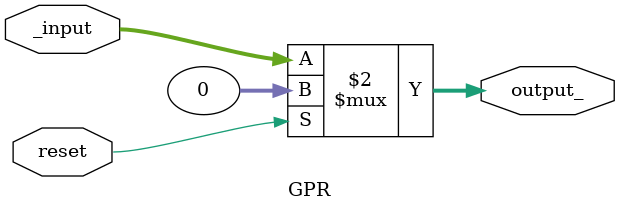
<source format=v>
module GPR(_input, output_, reset);
	input [31:0] _input;		//Entrada
	input reset;
	output reg [31:0] output_; 	//Saida
	always @(*) begin			
			output_ <= _input;	//Atribuição do valor de saida
			if(reset) output_ <= 32'd0;
	end
endmodule

</source>
